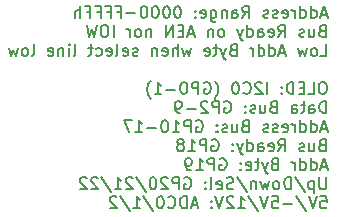
<source format=gbr>
%TF.GenerationSoftware,KiCad,Pcbnew,(6.0.5)*%
%TF.CreationDate,2022-06-17T20:08:42-05:00*%
%TF.ProjectId,ISA card rev2,49534120-6361-4726-9420-726576322e6b,rev?*%
%TF.SameCoordinates,Original*%
%TF.FileFunction,Legend,Bot*%
%TF.FilePolarity,Positive*%
%FSLAX46Y46*%
G04 Gerber Fmt 4.6, Leading zero omitted, Abs format (unit mm)*
G04 Created by KiCad (PCBNEW (6.0.5)) date 2022-06-17 20:08:42*
%MOMM*%
%LPD*%
G01*
G04 APERTURE LIST*
%ADD10C,0.150000*%
G04 APERTURE END LIST*
D10*
X179417023Y-120386666D02*
X178940833Y-120386666D01*
X179512261Y-120672380D02*
X179178928Y-119672380D01*
X178845595Y-120672380D01*
X178083690Y-120672380D02*
X178083690Y-119672380D01*
X178083690Y-120624761D02*
X178178928Y-120672380D01*
X178369404Y-120672380D01*
X178464642Y-120624761D01*
X178512261Y-120577142D01*
X178559880Y-120481904D01*
X178559880Y-120196190D01*
X178512261Y-120100952D01*
X178464642Y-120053333D01*
X178369404Y-120005714D01*
X178178928Y-120005714D01*
X178083690Y-120053333D01*
X177178928Y-120672380D02*
X177178928Y-119672380D01*
X177178928Y-120624761D02*
X177274166Y-120672380D01*
X177464642Y-120672380D01*
X177559880Y-120624761D01*
X177607500Y-120577142D01*
X177655119Y-120481904D01*
X177655119Y-120196190D01*
X177607500Y-120100952D01*
X177559880Y-120053333D01*
X177464642Y-120005714D01*
X177274166Y-120005714D01*
X177178928Y-120053333D01*
X176702738Y-120672380D02*
X176702738Y-120005714D01*
X176702738Y-120196190D02*
X176655119Y-120100952D01*
X176607500Y-120053333D01*
X176512261Y-120005714D01*
X176417023Y-120005714D01*
X175702738Y-120624761D02*
X175797976Y-120672380D01*
X175988452Y-120672380D01*
X176083690Y-120624761D01*
X176131309Y-120529523D01*
X176131309Y-120148571D01*
X176083690Y-120053333D01*
X175988452Y-120005714D01*
X175797976Y-120005714D01*
X175702738Y-120053333D01*
X175655119Y-120148571D01*
X175655119Y-120243809D01*
X176131309Y-120339047D01*
X175274166Y-120624761D02*
X175178928Y-120672380D01*
X174988452Y-120672380D01*
X174893214Y-120624761D01*
X174845595Y-120529523D01*
X174845595Y-120481904D01*
X174893214Y-120386666D01*
X174988452Y-120339047D01*
X175131309Y-120339047D01*
X175226547Y-120291428D01*
X175274166Y-120196190D01*
X175274166Y-120148571D01*
X175226547Y-120053333D01*
X175131309Y-120005714D01*
X174988452Y-120005714D01*
X174893214Y-120053333D01*
X174464642Y-120624761D02*
X174369404Y-120672380D01*
X174178928Y-120672380D01*
X174083690Y-120624761D01*
X174036071Y-120529523D01*
X174036071Y-120481904D01*
X174083690Y-120386666D01*
X174178928Y-120339047D01*
X174321785Y-120339047D01*
X174417023Y-120291428D01*
X174464642Y-120196190D01*
X174464642Y-120148571D01*
X174417023Y-120053333D01*
X174321785Y-120005714D01*
X174178928Y-120005714D01*
X174083690Y-120053333D01*
X172274166Y-120672380D02*
X172607500Y-120196190D01*
X172845595Y-120672380D02*
X172845595Y-119672380D01*
X172464642Y-119672380D01*
X172369404Y-119720000D01*
X172321785Y-119767619D01*
X172274166Y-119862857D01*
X172274166Y-120005714D01*
X172321785Y-120100952D01*
X172369404Y-120148571D01*
X172464642Y-120196190D01*
X172845595Y-120196190D01*
X171417023Y-120672380D02*
X171417023Y-120148571D01*
X171464642Y-120053333D01*
X171559880Y-120005714D01*
X171750357Y-120005714D01*
X171845595Y-120053333D01*
X171417023Y-120624761D02*
X171512261Y-120672380D01*
X171750357Y-120672380D01*
X171845595Y-120624761D01*
X171893214Y-120529523D01*
X171893214Y-120434285D01*
X171845595Y-120339047D01*
X171750357Y-120291428D01*
X171512261Y-120291428D01*
X171417023Y-120243809D01*
X170940833Y-120005714D02*
X170940833Y-120672380D01*
X170940833Y-120100952D02*
X170893214Y-120053333D01*
X170797976Y-120005714D01*
X170655119Y-120005714D01*
X170559880Y-120053333D01*
X170512261Y-120148571D01*
X170512261Y-120672380D01*
X169607500Y-120005714D02*
X169607500Y-120815238D01*
X169655119Y-120910476D01*
X169702738Y-120958095D01*
X169797976Y-121005714D01*
X169940833Y-121005714D01*
X170036071Y-120958095D01*
X169607500Y-120624761D02*
X169702738Y-120672380D01*
X169893214Y-120672380D01*
X169988452Y-120624761D01*
X170036071Y-120577142D01*
X170083690Y-120481904D01*
X170083690Y-120196190D01*
X170036071Y-120100952D01*
X169988452Y-120053333D01*
X169893214Y-120005714D01*
X169702738Y-120005714D01*
X169607500Y-120053333D01*
X168750357Y-120624761D02*
X168845595Y-120672380D01*
X169036071Y-120672380D01*
X169131309Y-120624761D01*
X169178928Y-120529523D01*
X169178928Y-120148571D01*
X169131309Y-120053333D01*
X169036071Y-120005714D01*
X168845595Y-120005714D01*
X168750357Y-120053333D01*
X168702738Y-120148571D01*
X168702738Y-120243809D01*
X169178928Y-120339047D01*
X168274166Y-120577142D02*
X168226547Y-120624761D01*
X168274166Y-120672380D01*
X168321785Y-120624761D01*
X168274166Y-120577142D01*
X168274166Y-120672380D01*
X168274166Y-120053333D02*
X168226547Y-120100952D01*
X168274166Y-120148571D01*
X168321785Y-120100952D01*
X168274166Y-120053333D01*
X168274166Y-120148571D01*
X166845595Y-119672380D02*
X166750357Y-119672380D01*
X166655119Y-119720000D01*
X166607500Y-119767619D01*
X166559880Y-119862857D01*
X166512261Y-120053333D01*
X166512261Y-120291428D01*
X166559880Y-120481904D01*
X166607500Y-120577142D01*
X166655119Y-120624761D01*
X166750357Y-120672380D01*
X166845595Y-120672380D01*
X166940833Y-120624761D01*
X166988452Y-120577142D01*
X167036071Y-120481904D01*
X167083690Y-120291428D01*
X167083690Y-120053333D01*
X167036071Y-119862857D01*
X166988452Y-119767619D01*
X166940833Y-119720000D01*
X166845595Y-119672380D01*
X165893214Y-119672380D02*
X165797976Y-119672380D01*
X165702738Y-119720000D01*
X165655119Y-119767619D01*
X165607500Y-119862857D01*
X165559880Y-120053333D01*
X165559880Y-120291428D01*
X165607500Y-120481904D01*
X165655119Y-120577142D01*
X165702738Y-120624761D01*
X165797976Y-120672380D01*
X165893214Y-120672380D01*
X165988452Y-120624761D01*
X166036071Y-120577142D01*
X166083690Y-120481904D01*
X166131309Y-120291428D01*
X166131309Y-120053333D01*
X166083690Y-119862857D01*
X166036071Y-119767619D01*
X165988452Y-119720000D01*
X165893214Y-119672380D01*
X164940833Y-119672380D02*
X164845595Y-119672380D01*
X164750357Y-119720000D01*
X164702738Y-119767619D01*
X164655119Y-119862857D01*
X164607500Y-120053333D01*
X164607500Y-120291428D01*
X164655119Y-120481904D01*
X164702738Y-120577142D01*
X164750357Y-120624761D01*
X164845595Y-120672380D01*
X164940833Y-120672380D01*
X165036071Y-120624761D01*
X165083690Y-120577142D01*
X165131309Y-120481904D01*
X165178928Y-120291428D01*
X165178928Y-120053333D01*
X165131309Y-119862857D01*
X165083690Y-119767619D01*
X165036071Y-119720000D01*
X164940833Y-119672380D01*
X163988452Y-119672380D02*
X163893214Y-119672380D01*
X163797976Y-119720000D01*
X163750357Y-119767619D01*
X163702738Y-119862857D01*
X163655119Y-120053333D01*
X163655119Y-120291428D01*
X163702738Y-120481904D01*
X163750357Y-120577142D01*
X163797976Y-120624761D01*
X163893214Y-120672380D01*
X163988452Y-120672380D01*
X164083690Y-120624761D01*
X164131309Y-120577142D01*
X164178928Y-120481904D01*
X164226547Y-120291428D01*
X164226547Y-120053333D01*
X164178928Y-119862857D01*
X164131309Y-119767619D01*
X164083690Y-119720000D01*
X163988452Y-119672380D01*
X163226547Y-120291428D02*
X162464642Y-120291428D01*
X161655119Y-120148571D02*
X161988452Y-120148571D01*
X161988452Y-120672380D02*
X161988452Y-119672380D01*
X161512261Y-119672380D01*
X160797976Y-120148571D02*
X161131309Y-120148571D01*
X161131309Y-120672380D02*
X161131309Y-119672380D01*
X160655119Y-119672380D01*
X159940833Y-120148571D02*
X160274166Y-120148571D01*
X160274166Y-120672380D02*
X160274166Y-119672380D01*
X159797976Y-119672380D01*
X159083690Y-120148571D02*
X159417023Y-120148571D01*
X159417023Y-120672380D02*
X159417023Y-119672380D01*
X158940833Y-119672380D01*
X158559880Y-120672380D02*
X158559880Y-119672380D01*
X158131309Y-120672380D02*
X158131309Y-120148571D01*
X158178928Y-120053333D01*
X158274166Y-120005714D01*
X158417023Y-120005714D01*
X158512261Y-120053333D01*
X158559880Y-120100952D01*
X179036071Y-121758571D02*
X178893214Y-121806190D01*
X178845595Y-121853809D01*
X178797976Y-121949047D01*
X178797976Y-122091904D01*
X178845595Y-122187142D01*
X178893214Y-122234761D01*
X178988452Y-122282380D01*
X179369404Y-122282380D01*
X179369404Y-121282380D01*
X179036071Y-121282380D01*
X178940833Y-121330000D01*
X178893214Y-121377619D01*
X178845595Y-121472857D01*
X178845595Y-121568095D01*
X178893214Y-121663333D01*
X178940833Y-121710952D01*
X179036071Y-121758571D01*
X179369404Y-121758571D01*
X177940833Y-121615714D02*
X177940833Y-122282380D01*
X178369404Y-121615714D02*
X178369404Y-122139523D01*
X178321785Y-122234761D01*
X178226547Y-122282380D01*
X178083690Y-122282380D01*
X177988452Y-122234761D01*
X177940833Y-122187142D01*
X177512261Y-122234761D02*
X177417023Y-122282380D01*
X177226547Y-122282380D01*
X177131309Y-122234761D01*
X177083690Y-122139523D01*
X177083690Y-122091904D01*
X177131309Y-121996666D01*
X177226547Y-121949047D01*
X177369404Y-121949047D01*
X177464642Y-121901428D01*
X177512261Y-121806190D01*
X177512261Y-121758571D01*
X177464642Y-121663333D01*
X177369404Y-121615714D01*
X177226547Y-121615714D01*
X177131309Y-121663333D01*
X175321785Y-122282380D02*
X175655119Y-121806190D01*
X175893214Y-122282380D02*
X175893214Y-121282380D01*
X175512261Y-121282380D01*
X175417023Y-121330000D01*
X175369404Y-121377619D01*
X175321785Y-121472857D01*
X175321785Y-121615714D01*
X175369404Y-121710952D01*
X175417023Y-121758571D01*
X175512261Y-121806190D01*
X175893214Y-121806190D01*
X174512261Y-122234761D02*
X174607500Y-122282380D01*
X174797976Y-122282380D01*
X174893214Y-122234761D01*
X174940833Y-122139523D01*
X174940833Y-121758571D01*
X174893214Y-121663333D01*
X174797976Y-121615714D01*
X174607500Y-121615714D01*
X174512261Y-121663333D01*
X174464642Y-121758571D01*
X174464642Y-121853809D01*
X174940833Y-121949047D01*
X173607500Y-122282380D02*
X173607500Y-121758571D01*
X173655119Y-121663333D01*
X173750357Y-121615714D01*
X173940833Y-121615714D01*
X174036071Y-121663333D01*
X173607500Y-122234761D02*
X173702738Y-122282380D01*
X173940833Y-122282380D01*
X174036071Y-122234761D01*
X174083690Y-122139523D01*
X174083690Y-122044285D01*
X174036071Y-121949047D01*
X173940833Y-121901428D01*
X173702738Y-121901428D01*
X173607500Y-121853809D01*
X172702738Y-122282380D02*
X172702738Y-121282380D01*
X172702738Y-122234761D02*
X172797976Y-122282380D01*
X172988452Y-122282380D01*
X173083690Y-122234761D01*
X173131309Y-122187142D01*
X173178928Y-122091904D01*
X173178928Y-121806190D01*
X173131309Y-121710952D01*
X173083690Y-121663333D01*
X172988452Y-121615714D01*
X172797976Y-121615714D01*
X172702738Y-121663333D01*
X172321785Y-121615714D02*
X172083690Y-122282380D01*
X171845595Y-121615714D02*
X172083690Y-122282380D01*
X172178928Y-122520476D01*
X172226547Y-122568095D01*
X172321785Y-122615714D01*
X170559880Y-122282380D02*
X170655119Y-122234761D01*
X170702738Y-122187142D01*
X170750357Y-122091904D01*
X170750357Y-121806190D01*
X170702738Y-121710952D01*
X170655119Y-121663333D01*
X170559880Y-121615714D01*
X170417023Y-121615714D01*
X170321785Y-121663333D01*
X170274166Y-121710952D01*
X170226547Y-121806190D01*
X170226547Y-122091904D01*
X170274166Y-122187142D01*
X170321785Y-122234761D01*
X170417023Y-122282380D01*
X170559880Y-122282380D01*
X169797976Y-121615714D02*
X169797976Y-122282380D01*
X169797976Y-121710952D02*
X169750357Y-121663333D01*
X169655119Y-121615714D01*
X169512261Y-121615714D01*
X169417023Y-121663333D01*
X169369404Y-121758571D01*
X169369404Y-122282380D01*
X168178928Y-121996666D02*
X167702738Y-121996666D01*
X168274166Y-122282380D02*
X167940833Y-121282380D01*
X167607500Y-122282380D01*
X167274166Y-121758571D02*
X166940833Y-121758571D01*
X166797976Y-122282380D02*
X167274166Y-122282380D01*
X167274166Y-121282380D01*
X166797976Y-121282380D01*
X166369404Y-122282380D02*
X166369404Y-121282380D01*
X165797976Y-122282380D01*
X165797976Y-121282380D01*
X164559880Y-121615714D02*
X164559880Y-122282380D01*
X164559880Y-121710952D02*
X164512261Y-121663333D01*
X164417023Y-121615714D01*
X164274166Y-121615714D01*
X164178928Y-121663333D01*
X164131309Y-121758571D01*
X164131309Y-122282380D01*
X163512261Y-122282380D02*
X163607500Y-122234761D01*
X163655119Y-122187142D01*
X163702738Y-122091904D01*
X163702738Y-121806190D01*
X163655119Y-121710952D01*
X163607500Y-121663333D01*
X163512261Y-121615714D01*
X163369404Y-121615714D01*
X163274166Y-121663333D01*
X163226547Y-121710952D01*
X163178928Y-121806190D01*
X163178928Y-122091904D01*
X163226547Y-122187142D01*
X163274166Y-122234761D01*
X163369404Y-122282380D01*
X163512261Y-122282380D01*
X162750357Y-122282380D02*
X162750357Y-121615714D01*
X162750357Y-121806190D02*
X162702738Y-121710952D01*
X162655119Y-121663333D01*
X162559880Y-121615714D01*
X162464642Y-121615714D01*
X161369404Y-122282380D02*
X161369404Y-121282380D01*
X160702738Y-121282380D02*
X160512261Y-121282380D01*
X160417023Y-121330000D01*
X160321785Y-121425238D01*
X160274166Y-121615714D01*
X160274166Y-121949047D01*
X160321785Y-122139523D01*
X160417023Y-122234761D01*
X160512261Y-122282380D01*
X160702738Y-122282380D01*
X160797976Y-122234761D01*
X160893214Y-122139523D01*
X160940833Y-121949047D01*
X160940833Y-121615714D01*
X160893214Y-121425238D01*
X160797976Y-121330000D01*
X160702738Y-121282380D01*
X159940833Y-121282380D02*
X159702738Y-122282380D01*
X159512261Y-121568095D01*
X159321785Y-122282380D01*
X159083690Y-121282380D01*
X178893214Y-123892380D02*
X179369404Y-123892380D01*
X179369404Y-122892380D01*
X178417023Y-123892380D02*
X178512261Y-123844761D01*
X178559880Y-123797142D01*
X178607500Y-123701904D01*
X178607500Y-123416190D01*
X178559880Y-123320952D01*
X178512261Y-123273333D01*
X178417023Y-123225714D01*
X178274166Y-123225714D01*
X178178928Y-123273333D01*
X178131309Y-123320952D01*
X178083690Y-123416190D01*
X178083690Y-123701904D01*
X178131309Y-123797142D01*
X178178928Y-123844761D01*
X178274166Y-123892380D01*
X178417023Y-123892380D01*
X177750357Y-123225714D02*
X177559880Y-123892380D01*
X177369404Y-123416190D01*
X177178928Y-123892380D01*
X176988452Y-123225714D01*
X175893214Y-123606666D02*
X175417023Y-123606666D01*
X175988452Y-123892380D02*
X175655119Y-122892380D01*
X175321785Y-123892380D01*
X174559880Y-123892380D02*
X174559880Y-122892380D01*
X174559880Y-123844761D02*
X174655119Y-123892380D01*
X174845595Y-123892380D01*
X174940833Y-123844761D01*
X174988452Y-123797142D01*
X175036071Y-123701904D01*
X175036071Y-123416190D01*
X174988452Y-123320952D01*
X174940833Y-123273333D01*
X174845595Y-123225714D01*
X174655119Y-123225714D01*
X174559880Y-123273333D01*
X173655119Y-123892380D02*
X173655119Y-122892380D01*
X173655119Y-123844761D02*
X173750357Y-123892380D01*
X173940833Y-123892380D01*
X174036071Y-123844761D01*
X174083690Y-123797142D01*
X174131309Y-123701904D01*
X174131309Y-123416190D01*
X174083690Y-123320952D01*
X174036071Y-123273333D01*
X173940833Y-123225714D01*
X173750357Y-123225714D01*
X173655119Y-123273333D01*
X173178928Y-123892380D02*
X173178928Y-123225714D01*
X173178928Y-123416190D02*
X173131309Y-123320952D01*
X173083690Y-123273333D01*
X172988452Y-123225714D01*
X172893214Y-123225714D01*
X171464642Y-123368571D02*
X171321785Y-123416190D01*
X171274166Y-123463809D01*
X171226547Y-123559047D01*
X171226547Y-123701904D01*
X171274166Y-123797142D01*
X171321785Y-123844761D01*
X171417023Y-123892380D01*
X171797976Y-123892380D01*
X171797976Y-122892380D01*
X171464642Y-122892380D01*
X171369404Y-122940000D01*
X171321785Y-122987619D01*
X171274166Y-123082857D01*
X171274166Y-123178095D01*
X171321785Y-123273333D01*
X171369404Y-123320952D01*
X171464642Y-123368571D01*
X171797976Y-123368571D01*
X170893214Y-123225714D02*
X170655119Y-123892380D01*
X170417023Y-123225714D02*
X170655119Y-123892380D01*
X170750357Y-124130476D01*
X170797976Y-124178095D01*
X170893214Y-124225714D01*
X170178928Y-123225714D02*
X169797976Y-123225714D01*
X170036071Y-122892380D02*
X170036071Y-123749523D01*
X169988452Y-123844761D01*
X169893214Y-123892380D01*
X169797976Y-123892380D01*
X169083690Y-123844761D02*
X169178928Y-123892380D01*
X169369404Y-123892380D01*
X169464642Y-123844761D01*
X169512261Y-123749523D01*
X169512261Y-123368571D01*
X169464642Y-123273333D01*
X169369404Y-123225714D01*
X169178928Y-123225714D01*
X169083690Y-123273333D01*
X169036071Y-123368571D01*
X169036071Y-123463809D01*
X169512261Y-123559047D01*
X167940833Y-123225714D02*
X167750357Y-123892380D01*
X167559880Y-123416190D01*
X167369404Y-123892380D01*
X167178928Y-123225714D01*
X166797976Y-123892380D02*
X166797976Y-122892380D01*
X166369404Y-123892380D02*
X166369404Y-123368571D01*
X166417023Y-123273333D01*
X166512261Y-123225714D01*
X166655119Y-123225714D01*
X166750357Y-123273333D01*
X166797976Y-123320952D01*
X165512261Y-123844761D02*
X165607500Y-123892380D01*
X165797976Y-123892380D01*
X165893214Y-123844761D01*
X165940833Y-123749523D01*
X165940833Y-123368571D01*
X165893214Y-123273333D01*
X165797976Y-123225714D01*
X165607500Y-123225714D01*
X165512261Y-123273333D01*
X165464642Y-123368571D01*
X165464642Y-123463809D01*
X165940833Y-123559047D01*
X165036071Y-123225714D02*
X165036071Y-123892380D01*
X165036071Y-123320952D02*
X164988452Y-123273333D01*
X164893214Y-123225714D01*
X164750357Y-123225714D01*
X164655119Y-123273333D01*
X164607500Y-123368571D01*
X164607500Y-123892380D01*
X163417023Y-123844761D02*
X163321785Y-123892380D01*
X163131309Y-123892380D01*
X163036071Y-123844761D01*
X162988452Y-123749523D01*
X162988452Y-123701904D01*
X163036071Y-123606666D01*
X163131309Y-123559047D01*
X163274166Y-123559047D01*
X163369404Y-123511428D01*
X163417023Y-123416190D01*
X163417023Y-123368571D01*
X163369404Y-123273333D01*
X163274166Y-123225714D01*
X163131309Y-123225714D01*
X163036071Y-123273333D01*
X162178928Y-123844761D02*
X162274166Y-123892380D01*
X162464642Y-123892380D01*
X162559880Y-123844761D01*
X162607500Y-123749523D01*
X162607500Y-123368571D01*
X162559880Y-123273333D01*
X162464642Y-123225714D01*
X162274166Y-123225714D01*
X162178928Y-123273333D01*
X162131309Y-123368571D01*
X162131309Y-123463809D01*
X162607500Y-123559047D01*
X161559880Y-123892380D02*
X161655119Y-123844761D01*
X161702738Y-123749523D01*
X161702738Y-122892380D01*
X160797976Y-123844761D02*
X160893214Y-123892380D01*
X161083690Y-123892380D01*
X161178928Y-123844761D01*
X161226547Y-123749523D01*
X161226547Y-123368571D01*
X161178928Y-123273333D01*
X161083690Y-123225714D01*
X160893214Y-123225714D01*
X160797976Y-123273333D01*
X160750357Y-123368571D01*
X160750357Y-123463809D01*
X161226547Y-123559047D01*
X159893214Y-123844761D02*
X159988452Y-123892380D01*
X160178928Y-123892380D01*
X160274166Y-123844761D01*
X160321785Y-123797142D01*
X160369404Y-123701904D01*
X160369404Y-123416190D01*
X160321785Y-123320952D01*
X160274166Y-123273333D01*
X160178928Y-123225714D01*
X159988452Y-123225714D01*
X159893214Y-123273333D01*
X159607500Y-123225714D02*
X159226547Y-123225714D01*
X159464642Y-122892380D02*
X159464642Y-123749523D01*
X159417023Y-123844761D01*
X159321785Y-123892380D01*
X159226547Y-123892380D01*
X157988452Y-123892380D02*
X158083690Y-123844761D01*
X158131309Y-123749523D01*
X158131309Y-122892380D01*
X157607500Y-123892380D02*
X157607500Y-123225714D01*
X157607500Y-122892380D02*
X157655119Y-122940000D01*
X157607500Y-122987619D01*
X157559880Y-122940000D01*
X157607500Y-122892380D01*
X157607500Y-122987619D01*
X157131309Y-123225714D02*
X157131309Y-123892380D01*
X157131309Y-123320952D02*
X157083690Y-123273333D01*
X156988452Y-123225714D01*
X156845595Y-123225714D01*
X156750357Y-123273333D01*
X156702738Y-123368571D01*
X156702738Y-123892380D01*
X155845595Y-123844761D02*
X155940833Y-123892380D01*
X156131309Y-123892380D01*
X156226547Y-123844761D01*
X156274166Y-123749523D01*
X156274166Y-123368571D01*
X156226547Y-123273333D01*
X156131309Y-123225714D01*
X155940833Y-123225714D01*
X155845595Y-123273333D01*
X155797976Y-123368571D01*
X155797976Y-123463809D01*
X156274166Y-123559047D01*
X154464642Y-123892380D02*
X154559880Y-123844761D01*
X154607500Y-123749523D01*
X154607500Y-122892380D01*
X153940833Y-123892380D02*
X154036071Y-123844761D01*
X154083690Y-123797142D01*
X154131309Y-123701904D01*
X154131309Y-123416190D01*
X154083690Y-123320952D01*
X154036071Y-123273333D01*
X153940833Y-123225714D01*
X153797976Y-123225714D01*
X153702738Y-123273333D01*
X153655119Y-123320952D01*
X153607500Y-123416190D01*
X153607500Y-123701904D01*
X153655119Y-123797142D01*
X153702738Y-123844761D01*
X153797976Y-123892380D01*
X153940833Y-123892380D01*
X153274166Y-123225714D02*
X153083690Y-123892380D01*
X152893214Y-123416190D01*
X152702738Y-123892380D01*
X152512261Y-123225714D01*
X179178928Y-126112380D02*
X178988452Y-126112380D01*
X178893214Y-126160000D01*
X178797976Y-126255238D01*
X178750357Y-126445714D01*
X178750357Y-126779047D01*
X178797976Y-126969523D01*
X178893214Y-127064761D01*
X178988452Y-127112380D01*
X179178928Y-127112380D01*
X179274166Y-127064761D01*
X179369404Y-126969523D01*
X179417023Y-126779047D01*
X179417023Y-126445714D01*
X179369404Y-126255238D01*
X179274166Y-126160000D01*
X179178928Y-126112380D01*
X177845595Y-127112380D02*
X178321785Y-127112380D01*
X178321785Y-126112380D01*
X177512261Y-126588571D02*
X177178928Y-126588571D01*
X177036071Y-127112380D02*
X177512261Y-127112380D01*
X177512261Y-126112380D01*
X177036071Y-126112380D01*
X176607500Y-127112380D02*
X176607500Y-126112380D01*
X176369404Y-126112380D01*
X176226547Y-126160000D01*
X176131309Y-126255238D01*
X176083690Y-126350476D01*
X176036071Y-126540952D01*
X176036071Y-126683809D01*
X176083690Y-126874285D01*
X176131309Y-126969523D01*
X176226547Y-127064761D01*
X176369404Y-127112380D01*
X176607500Y-127112380D01*
X175607500Y-127017142D02*
X175559880Y-127064761D01*
X175607500Y-127112380D01*
X175655119Y-127064761D01*
X175607500Y-127017142D01*
X175607500Y-127112380D01*
X175607500Y-126493333D02*
X175559880Y-126540952D01*
X175607500Y-126588571D01*
X175655119Y-126540952D01*
X175607500Y-126493333D01*
X175607500Y-126588571D01*
X174369404Y-127112380D02*
X174369404Y-126112380D01*
X173940833Y-126207619D02*
X173893214Y-126160000D01*
X173797976Y-126112380D01*
X173559880Y-126112380D01*
X173464642Y-126160000D01*
X173417023Y-126207619D01*
X173369404Y-126302857D01*
X173369404Y-126398095D01*
X173417023Y-126540952D01*
X173988452Y-127112380D01*
X173369404Y-127112380D01*
X172369404Y-127017142D02*
X172417023Y-127064761D01*
X172559880Y-127112380D01*
X172655119Y-127112380D01*
X172797976Y-127064761D01*
X172893214Y-126969523D01*
X172940833Y-126874285D01*
X172988452Y-126683809D01*
X172988452Y-126540952D01*
X172940833Y-126350476D01*
X172893214Y-126255238D01*
X172797976Y-126160000D01*
X172655119Y-126112380D01*
X172559880Y-126112380D01*
X172417023Y-126160000D01*
X172369404Y-126207619D01*
X171750357Y-126112380D02*
X171655119Y-126112380D01*
X171559880Y-126160000D01*
X171512261Y-126207619D01*
X171464642Y-126302857D01*
X171417023Y-126493333D01*
X171417023Y-126731428D01*
X171464642Y-126921904D01*
X171512261Y-127017142D01*
X171559880Y-127064761D01*
X171655119Y-127112380D01*
X171750357Y-127112380D01*
X171845595Y-127064761D01*
X171893214Y-127017142D01*
X171940833Y-126921904D01*
X171988452Y-126731428D01*
X171988452Y-126493333D01*
X171940833Y-126302857D01*
X171893214Y-126207619D01*
X171845595Y-126160000D01*
X171750357Y-126112380D01*
X169940833Y-127493333D02*
X169988452Y-127445714D01*
X170083690Y-127302857D01*
X170131309Y-127207619D01*
X170178928Y-127064761D01*
X170226547Y-126826666D01*
X170226547Y-126636190D01*
X170178928Y-126398095D01*
X170131309Y-126255238D01*
X170083690Y-126160000D01*
X169988452Y-126017142D01*
X169940833Y-125969523D01*
X169036071Y-126160000D02*
X169131309Y-126112380D01*
X169274166Y-126112380D01*
X169417023Y-126160000D01*
X169512261Y-126255238D01*
X169559880Y-126350476D01*
X169607500Y-126540952D01*
X169607500Y-126683809D01*
X169559880Y-126874285D01*
X169512261Y-126969523D01*
X169417023Y-127064761D01*
X169274166Y-127112380D01*
X169178928Y-127112380D01*
X169036071Y-127064761D01*
X168988452Y-127017142D01*
X168988452Y-126683809D01*
X169178928Y-126683809D01*
X168559880Y-127112380D02*
X168559880Y-126112380D01*
X168178928Y-126112380D01*
X168083690Y-126160000D01*
X168036071Y-126207619D01*
X167988452Y-126302857D01*
X167988452Y-126445714D01*
X168036071Y-126540952D01*
X168083690Y-126588571D01*
X168178928Y-126636190D01*
X168559880Y-126636190D01*
X167369404Y-126112380D02*
X167274166Y-126112380D01*
X167178928Y-126160000D01*
X167131309Y-126207619D01*
X167083690Y-126302857D01*
X167036071Y-126493333D01*
X167036071Y-126731428D01*
X167083690Y-126921904D01*
X167131309Y-127017142D01*
X167178928Y-127064761D01*
X167274166Y-127112380D01*
X167369404Y-127112380D01*
X167464642Y-127064761D01*
X167512261Y-127017142D01*
X167559880Y-126921904D01*
X167607500Y-126731428D01*
X167607500Y-126493333D01*
X167559880Y-126302857D01*
X167512261Y-126207619D01*
X167464642Y-126160000D01*
X167369404Y-126112380D01*
X166607500Y-126731428D02*
X165845595Y-126731428D01*
X164845595Y-127112380D02*
X165417023Y-127112380D01*
X165131309Y-127112380D02*
X165131309Y-126112380D01*
X165226547Y-126255238D01*
X165321785Y-126350476D01*
X165417023Y-126398095D01*
X164512261Y-127493333D02*
X164464642Y-127445714D01*
X164369404Y-127302857D01*
X164321785Y-127207619D01*
X164274166Y-127064761D01*
X164226547Y-126826666D01*
X164226547Y-126636190D01*
X164274166Y-126398095D01*
X164321785Y-126255238D01*
X164369404Y-126160000D01*
X164464642Y-126017142D01*
X164512261Y-125969523D01*
X179369404Y-128722380D02*
X179369404Y-127722380D01*
X179131309Y-127722380D01*
X178988452Y-127770000D01*
X178893214Y-127865238D01*
X178845595Y-127960476D01*
X178797976Y-128150952D01*
X178797976Y-128293809D01*
X178845595Y-128484285D01*
X178893214Y-128579523D01*
X178988452Y-128674761D01*
X179131309Y-128722380D01*
X179369404Y-128722380D01*
X177940833Y-128722380D02*
X177940833Y-128198571D01*
X177988452Y-128103333D01*
X178083690Y-128055714D01*
X178274166Y-128055714D01*
X178369404Y-128103333D01*
X177940833Y-128674761D02*
X178036071Y-128722380D01*
X178274166Y-128722380D01*
X178369404Y-128674761D01*
X178417023Y-128579523D01*
X178417023Y-128484285D01*
X178369404Y-128389047D01*
X178274166Y-128341428D01*
X178036071Y-128341428D01*
X177940833Y-128293809D01*
X177607500Y-128055714D02*
X177226547Y-128055714D01*
X177464642Y-127722380D02*
X177464642Y-128579523D01*
X177417023Y-128674761D01*
X177321785Y-128722380D01*
X177226547Y-128722380D01*
X176464642Y-128722380D02*
X176464642Y-128198571D01*
X176512261Y-128103333D01*
X176607500Y-128055714D01*
X176797976Y-128055714D01*
X176893214Y-128103333D01*
X176464642Y-128674761D02*
X176559880Y-128722380D01*
X176797976Y-128722380D01*
X176893214Y-128674761D01*
X176940833Y-128579523D01*
X176940833Y-128484285D01*
X176893214Y-128389047D01*
X176797976Y-128341428D01*
X176559880Y-128341428D01*
X176464642Y-128293809D01*
X174893214Y-128198571D02*
X174750357Y-128246190D01*
X174702738Y-128293809D01*
X174655119Y-128389047D01*
X174655119Y-128531904D01*
X174702738Y-128627142D01*
X174750357Y-128674761D01*
X174845595Y-128722380D01*
X175226547Y-128722380D01*
X175226547Y-127722380D01*
X174893214Y-127722380D01*
X174797976Y-127770000D01*
X174750357Y-127817619D01*
X174702738Y-127912857D01*
X174702738Y-128008095D01*
X174750357Y-128103333D01*
X174797976Y-128150952D01*
X174893214Y-128198571D01*
X175226547Y-128198571D01*
X173797976Y-128055714D02*
X173797976Y-128722380D01*
X174226547Y-128055714D02*
X174226547Y-128579523D01*
X174178928Y-128674761D01*
X174083690Y-128722380D01*
X173940833Y-128722380D01*
X173845595Y-128674761D01*
X173797976Y-128627142D01*
X173369404Y-128674761D02*
X173274166Y-128722380D01*
X173083690Y-128722380D01*
X172988452Y-128674761D01*
X172940833Y-128579523D01*
X172940833Y-128531904D01*
X172988452Y-128436666D01*
X173083690Y-128389047D01*
X173226547Y-128389047D01*
X173321785Y-128341428D01*
X173369404Y-128246190D01*
X173369404Y-128198571D01*
X173321785Y-128103333D01*
X173226547Y-128055714D01*
X173083690Y-128055714D01*
X172988452Y-128103333D01*
X172512261Y-128627142D02*
X172464642Y-128674761D01*
X172512261Y-128722380D01*
X172559880Y-128674761D01*
X172512261Y-128627142D01*
X172512261Y-128722380D01*
X172512261Y-128103333D02*
X172464642Y-128150952D01*
X172512261Y-128198571D01*
X172559880Y-128150952D01*
X172512261Y-128103333D01*
X172512261Y-128198571D01*
X170750357Y-127770000D02*
X170845595Y-127722380D01*
X170988452Y-127722380D01*
X171131309Y-127770000D01*
X171226547Y-127865238D01*
X171274166Y-127960476D01*
X171321785Y-128150952D01*
X171321785Y-128293809D01*
X171274166Y-128484285D01*
X171226547Y-128579523D01*
X171131309Y-128674761D01*
X170988452Y-128722380D01*
X170893214Y-128722380D01*
X170750357Y-128674761D01*
X170702738Y-128627142D01*
X170702738Y-128293809D01*
X170893214Y-128293809D01*
X170274166Y-128722380D02*
X170274166Y-127722380D01*
X169893214Y-127722380D01*
X169797976Y-127770000D01*
X169750357Y-127817619D01*
X169702738Y-127912857D01*
X169702738Y-128055714D01*
X169750357Y-128150952D01*
X169797976Y-128198571D01*
X169893214Y-128246190D01*
X170274166Y-128246190D01*
X169321785Y-127817619D02*
X169274166Y-127770000D01*
X169178928Y-127722380D01*
X168940833Y-127722380D01*
X168845595Y-127770000D01*
X168797976Y-127817619D01*
X168750357Y-127912857D01*
X168750357Y-128008095D01*
X168797976Y-128150952D01*
X169369404Y-128722380D01*
X168750357Y-128722380D01*
X168321785Y-128341428D02*
X167559880Y-128341428D01*
X167036071Y-128722380D02*
X166845595Y-128722380D01*
X166750357Y-128674761D01*
X166702738Y-128627142D01*
X166607500Y-128484285D01*
X166559880Y-128293809D01*
X166559880Y-127912857D01*
X166607500Y-127817619D01*
X166655119Y-127770000D01*
X166750357Y-127722380D01*
X166940833Y-127722380D01*
X167036071Y-127770000D01*
X167083690Y-127817619D01*
X167131309Y-127912857D01*
X167131309Y-128150952D01*
X167083690Y-128246190D01*
X167036071Y-128293809D01*
X166940833Y-128341428D01*
X166750357Y-128341428D01*
X166655119Y-128293809D01*
X166607500Y-128246190D01*
X166559880Y-128150952D01*
X179417023Y-130046666D02*
X178940833Y-130046666D01*
X179512261Y-130332380D02*
X179178928Y-129332380D01*
X178845595Y-130332380D01*
X178083690Y-130332380D02*
X178083690Y-129332380D01*
X178083690Y-130284761D02*
X178178928Y-130332380D01*
X178369404Y-130332380D01*
X178464642Y-130284761D01*
X178512261Y-130237142D01*
X178559880Y-130141904D01*
X178559880Y-129856190D01*
X178512261Y-129760952D01*
X178464642Y-129713333D01*
X178369404Y-129665714D01*
X178178928Y-129665714D01*
X178083690Y-129713333D01*
X177178928Y-130332380D02*
X177178928Y-129332380D01*
X177178928Y-130284761D02*
X177274166Y-130332380D01*
X177464642Y-130332380D01*
X177559880Y-130284761D01*
X177607500Y-130237142D01*
X177655119Y-130141904D01*
X177655119Y-129856190D01*
X177607500Y-129760952D01*
X177559880Y-129713333D01*
X177464642Y-129665714D01*
X177274166Y-129665714D01*
X177178928Y-129713333D01*
X176702738Y-130332380D02*
X176702738Y-129665714D01*
X176702738Y-129856190D02*
X176655119Y-129760952D01*
X176607500Y-129713333D01*
X176512261Y-129665714D01*
X176417023Y-129665714D01*
X175702738Y-130284761D02*
X175797976Y-130332380D01*
X175988452Y-130332380D01*
X176083690Y-130284761D01*
X176131309Y-130189523D01*
X176131309Y-129808571D01*
X176083690Y-129713333D01*
X175988452Y-129665714D01*
X175797976Y-129665714D01*
X175702738Y-129713333D01*
X175655119Y-129808571D01*
X175655119Y-129903809D01*
X176131309Y-129999047D01*
X175274166Y-130284761D02*
X175178928Y-130332380D01*
X174988452Y-130332380D01*
X174893214Y-130284761D01*
X174845595Y-130189523D01*
X174845595Y-130141904D01*
X174893214Y-130046666D01*
X174988452Y-129999047D01*
X175131309Y-129999047D01*
X175226547Y-129951428D01*
X175274166Y-129856190D01*
X175274166Y-129808571D01*
X175226547Y-129713333D01*
X175131309Y-129665714D01*
X174988452Y-129665714D01*
X174893214Y-129713333D01*
X174464642Y-130284761D02*
X174369404Y-130332380D01*
X174178928Y-130332380D01*
X174083690Y-130284761D01*
X174036071Y-130189523D01*
X174036071Y-130141904D01*
X174083690Y-130046666D01*
X174178928Y-129999047D01*
X174321785Y-129999047D01*
X174417023Y-129951428D01*
X174464642Y-129856190D01*
X174464642Y-129808571D01*
X174417023Y-129713333D01*
X174321785Y-129665714D01*
X174178928Y-129665714D01*
X174083690Y-129713333D01*
X172512261Y-129808571D02*
X172369404Y-129856190D01*
X172321785Y-129903809D01*
X172274166Y-129999047D01*
X172274166Y-130141904D01*
X172321785Y-130237142D01*
X172369404Y-130284761D01*
X172464642Y-130332380D01*
X172845595Y-130332380D01*
X172845595Y-129332380D01*
X172512261Y-129332380D01*
X172417023Y-129380000D01*
X172369404Y-129427619D01*
X172321785Y-129522857D01*
X172321785Y-129618095D01*
X172369404Y-129713333D01*
X172417023Y-129760952D01*
X172512261Y-129808571D01*
X172845595Y-129808571D01*
X171417023Y-129665714D02*
X171417023Y-130332380D01*
X171845595Y-129665714D02*
X171845595Y-130189523D01*
X171797976Y-130284761D01*
X171702738Y-130332380D01*
X171559880Y-130332380D01*
X171464642Y-130284761D01*
X171417023Y-130237142D01*
X170988452Y-130284761D02*
X170893214Y-130332380D01*
X170702738Y-130332380D01*
X170607500Y-130284761D01*
X170559880Y-130189523D01*
X170559880Y-130141904D01*
X170607500Y-130046666D01*
X170702738Y-129999047D01*
X170845595Y-129999047D01*
X170940833Y-129951428D01*
X170988452Y-129856190D01*
X170988452Y-129808571D01*
X170940833Y-129713333D01*
X170845595Y-129665714D01*
X170702738Y-129665714D01*
X170607500Y-129713333D01*
X170131309Y-130237142D02*
X170083690Y-130284761D01*
X170131309Y-130332380D01*
X170178928Y-130284761D01*
X170131309Y-130237142D01*
X170131309Y-130332380D01*
X170131309Y-129713333D02*
X170083690Y-129760952D01*
X170131309Y-129808571D01*
X170178928Y-129760952D01*
X170131309Y-129713333D01*
X170131309Y-129808571D01*
X168369404Y-129380000D02*
X168464642Y-129332380D01*
X168607500Y-129332380D01*
X168750357Y-129380000D01*
X168845595Y-129475238D01*
X168893214Y-129570476D01*
X168940833Y-129760952D01*
X168940833Y-129903809D01*
X168893214Y-130094285D01*
X168845595Y-130189523D01*
X168750357Y-130284761D01*
X168607500Y-130332380D01*
X168512261Y-130332380D01*
X168369404Y-130284761D01*
X168321785Y-130237142D01*
X168321785Y-129903809D01*
X168512261Y-129903809D01*
X167893214Y-130332380D02*
X167893214Y-129332380D01*
X167512261Y-129332380D01*
X167417023Y-129380000D01*
X167369404Y-129427619D01*
X167321785Y-129522857D01*
X167321785Y-129665714D01*
X167369404Y-129760952D01*
X167417023Y-129808571D01*
X167512261Y-129856190D01*
X167893214Y-129856190D01*
X166369404Y-130332380D02*
X166940833Y-130332380D01*
X166655119Y-130332380D02*
X166655119Y-129332380D01*
X166750357Y-129475238D01*
X166845595Y-129570476D01*
X166940833Y-129618095D01*
X165750357Y-129332380D02*
X165655119Y-129332380D01*
X165559880Y-129380000D01*
X165512261Y-129427619D01*
X165464642Y-129522857D01*
X165417023Y-129713333D01*
X165417023Y-129951428D01*
X165464642Y-130141904D01*
X165512261Y-130237142D01*
X165559880Y-130284761D01*
X165655119Y-130332380D01*
X165750357Y-130332380D01*
X165845595Y-130284761D01*
X165893214Y-130237142D01*
X165940833Y-130141904D01*
X165988452Y-129951428D01*
X165988452Y-129713333D01*
X165940833Y-129522857D01*
X165893214Y-129427619D01*
X165845595Y-129380000D01*
X165750357Y-129332380D01*
X164988452Y-129951428D02*
X164226547Y-129951428D01*
X163226547Y-130332380D02*
X163797976Y-130332380D01*
X163512261Y-130332380D02*
X163512261Y-129332380D01*
X163607500Y-129475238D01*
X163702738Y-129570476D01*
X163797976Y-129618095D01*
X162893214Y-129332380D02*
X162226547Y-129332380D01*
X162655119Y-130332380D01*
X179036071Y-131418571D02*
X178893214Y-131466190D01*
X178845595Y-131513809D01*
X178797976Y-131609047D01*
X178797976Y-131751904D01*
X178845595Y-131847142D01*
X178893214Y-131894761D01*
X178988452Y-131942380D01*
X179369404Y-131942380D01*
X179369404Y-130942380D01*
X179036071Y-130942380D01*
X178940833Y-130990000D01*
X178893214Y-131037619D01*
X178845595Y-131132857D01*
X178845595Y-131228095D01*
X178893214Y-131323333D01*
X178940833Y-131370952D01*
X179036071Y-131418571D01*
X179369404Y-131418571D01*
X177940833Y-131275714D02*
X177940833Y-131942380D01*
X178369404Y-131275714D02*
X178369404Y-131799523D01*
X178321785Y-131894761D01*
X178226547Y-131942380D01*
X178083690Y-131942380D01*
X177988452Y-131894761D01*
X177940833Y-131847142D01*
X177512261Y-131894761D02*
X177417023Y-131942380D01*
X177226547Y-131942380D01*
X177131309Y-131894761D01*
X177083690Y-131799523D01*
X177083690Y-131751904D01*
X177131309Y-131656666D01*
X177226547Y-131609047D01*
X177369404Y-131609047D01*
X177464642Y-131561428D01*
X177512261Y-131466190D01*
X177512261Y-131418571D01*
X177464642Y-131323333D01*
X177369404Y-131275714D01*
X177226547Y-131275714D01*
X177131309Y-131323333D01*
X175321785Y-131942380D02*
X175655119Y-131466190D01*
X175893214Y-131942380D02*
X175893214Y-130942380D01*
X175512261Y-130942380D01*
X175417023Y-130990000D01*
X175369404Y-131037619D01*
X175321785Y-131132857D01*
X175321785Y-131275714D01*
X175369404Y-131370952D01*
X175417023Y-131418571D01*
X175512261Y-131466190D01*
X175893214Y-131466190D01*
X174512261Y-131894761D02*
X174607500Y-131942380D01*
X174797976Y-131942380D01*
X174893214Y-131894761D01*
X174940833Y-131799523D01*
X174940833Y-131418571D01*
X174893214Y-131323333D01*
X174797976Y-131275714D01*
X174607500Y-131275714D01*
X174512261Y-131323333D01*
X174464642Y-131418571D01*
X174464642Y-131513809D01*
X174940833Y-131609047D01*
X173607500Y-131942380D02*
X173607500Y-131418571D01*
X173655119Y-131323333D01*
X173750357Y-131275714D01*
X173940833Y-131275714D01*
X174036071Y-131323333D01*
X173607500Y-131894761D02*
X173702738Y-131942380D01*
X173940833Y-131942380D01*
X174036071Y-131894761D01*
X174083690Y-131799523D01*
X174083690Y-131704285D01*
X174036071Y-131609047D01*
X173940833Y-131561428D01*
X173702738Y-131561428D01*
X173607500Y-131513809D01*
X172702738Y-131942380D02*
X172702738Y-130942380D01*
X172702738Y-131894761D02*
X172797976Y-131942380D01*
X172988452Y-131942380D01*
X173083690Y-131894761D01*
X173131309Y-131847142D01*
X173178928Y-131751904D01*
X173178928Y-131466190D01*
X173131309Y-131370952D01*
X173083690Y-131323333D01*
X172988452Y-131275714D01*
X172797976Y-131275714D01*
X172702738Y-131323333D01*
X172321785Y-131275714D02*
X172083690Y-131942380D01*
X171845595Y-131275714D02*
X172083690Y-131942380D01*
X172178928Y-132180476D01*
X172226547Y-132228095D01*
X172321785Y-132275714D01*
X171464642Y-131847142D02*
X171417023Y-131894761D01*
X171464642Y-131942380D01*
X171512261Y-131894761D01*
X171464642Y-131847142D01*
X171464642Y-131942380D01*
X171464642Y-131323333D02*
X171417023Y-131370952D01*
X171464642Y-131418571D01*
X171512261Y-131370952D01*
X171464642Y-131323333D01*
X171464642Y-131418571D01*
X169702738Y-130990000D02*
X169797976Y-130942380D01*
X169940833Y-130942380D01*
X170083690Y-130990000D01*
X170178928Y-131085238D01*
X170226547Y-131180476D01*
X170274166Y-131370952D01*
X170274166Y-131513809D01*
X170226547Y-131704285D01*
X170178928Y-131799523D01*
X170083690Y-131894761D01*
X169940833Y-131942380D01*
X169845595Y-131942380D01*
X169702738Y-131894761D01*
X169655119Y-131847142D01*
X169655119Y-131513809D01*
X169845595Y-131513809D01*
X169226547Y-131942380D02*
X169226547Y-130942380D01*
X168845595Y-130942380D01*
X168750357Y-130990000D01*
X168702738Y-131037619D01*
X168655119Y-131132857D01*
X168655119Y-131275714D01*
X168702738Y-131370952D01*
X168750357Y-131418571D01*
X168845595Y-131466190D01*
X169226547Y-131466190D01*
X167702738Y-131942380D02*
X168274166Y-131942380D01*
X167988452Y-131942380D02*
X167988452Y-130942380D01*
X168083690Y-131085238D01*
X168178928Y-131180476D01*
X168274166Y-131228095D01*
X167131309Y-131370952D02*
X167226547Y-131323333D01*
X167274166Y-131275714D01*
X167321785Y-131180476D01*
X167321785Y-131132857D01*
X167274166Y-131037619D01*
X167226547Y-130990000D01*
X167131309Y-130942380D01*
X166940833Y-130942380D01*
X166845595Y-130990000D01*
X166797976Y-131037619D01*
X166750357Y-131132857D01*
X166750357Y-131180476D01*
X166797976Y-131275714D01*
X166845595Y-131323333D01*
X166940833Y-131370952D01*
X167131309Y-131370952D01*
X167226547Y-131418571D01*
X167274166Y-131466190D01*
X167321785Y-131561428D01*
X167321785Y-131751904D01*
X167274166Y-131847142D01*
X167226547Y-131894761D01*
X167131309Y-131942380D01*
X166940833Y-131942380D01*
X166845595Y-131894761D01*
X166797976Y-131847142D01*
X166750357Y-131751904D01*
X166750357Y-131561428D01*
X166797976Y-131466190D01*
X166845595Y-131418571D01*
X166940833Y-131370952D01*
X179417023Y-133266666D02*
X178940833Y-133266666D01*
X179512261Y-133552380D02*
X179178928Y-132552380D01*
X178845595Y-133552380D01*
X178083690Y-133552380D02*
X178083690Y-132552380D01*
X178083690Y-133504761D02*
X178178928Y-133552380D01*
X178369404Y-133552380D01*
X178464642Y-133504761D01*
X178512261Y-133457142D01*
X178559880Y-133361904D01*
X178559880Y-133076190D01*
X178512261Y-132980952D01*
X178464642Y-132933333D01*
X178369404Y-132885714D01*
X178178928Y-132885714D01*
X178083690Y-132933333D01*
X177178928Y-133552380D02*
X177178928Y-132552380D01*
X177178928Y-133504761D02*
X177274166Y-133552380D01*
X177464642Y-133552380D01*
X177559880Y-133504761D01*
X177607500Y-133457142D01*
X177655119Y-133361904D01*
X177655119Y-133076190D01*
X177607500Y-132980952D01*
X177559880Y-132933333D01*
X177464642Y-132885714D01*
X177274166Y-132885714D01*
X177178928Y-132933333D01*
X176702738Y-133552380D02*
X176702738Y-132885714D01*
X176702738Y-133076190D02*
X176655119Y-132980952D01*
X176607500Y-132933333D01*
X176512261Y-132885714D01*
X176417023Y-132885714D01*
X174988452Y-133028571D02*
X174845595Y-133076190D01*
X174797976Y-133123809D01*
X174750357Y-133219047D01*
X174750357Y-133361904D01*
X174797976Y-133457142D01*
X174845595Y-133504761D01*
X174940833Y-133552380D01*
X175321785Y-133552380D01*
X175321785Y-132552380D01*
X174988452Y-132552380D01*
X174893214Y-132600000D01*
X174845595Y-132647619D01*
X174797976Y-132742857D01*
X174797976Y-132838095D01*
X174845595Y-132933333D01*
X174893214Y-132980952D01*
X174988452Y-133028571D01*
X175321785Y-133028571D01*
X174417023Y-132885714D02*
X174178928Y-133552380D01*
X173940833Y-132885714D02*
X174178928Y-133552380D01*
X174274166Y-133790476D01*
X174321785Y-133838095D01*
X174417023Y-133885714D01*
X173702738Y-132885714D02*
X173321785Y-132885714D01*
X173559880Y-132552380D02*
X173559880Y-133409523D01*
X173512261Y-133504761D01*
X173417023Y-133552380D01*
X173321785Y-133552380D01*
X172607500Y-133504761D02*
X172702738Y-133552380D01*
X172893214Y-133552380D01*
X172988452Y-133504761D01*
X173036071Y-133409523D01*
X173036071Y-133028571D01*
X172988452Y-132933333D01*
X172893214Y-132885714D01*
X172702738Y-132885714D01*
X172607500Y-132933333D01*
X172559880Y-133028571D01*
X172559880Y-133123809D01*
X173036071Y-133219047D01*
X172131309Y-133457142D02*
X172083690Y-133504761D01*
X172131309Y-133552380D01*
X172178928Y-133504761D01*
X172131309Y-133457142D01*
X172131309Y-133552380D01*
X172131309Y-132933333D02*
X172083690Y-132980952D01*
X172131309Y-133028571D01*
X172178928Y-132980952D01*
X172131309Y-132933333D01*
X172131309Y-133028571D01*
X170369404Y-132600000D02*
X170464642Y-132552380D01*
X170607500Y-132552380D01*
X170750357Y-132600000D01*
X170845595Y-132695238D01*
X170893214Y-132790476D01*
X170940833Y-132980952D01*
X170940833Y-133123809D01*
X170893214Y-133314285D01*
X170845595Y-133409523D01*
X170750357Y-133504761D01*
X170607500Y-133552380D01*
X170512261Y-133552380D01*
X170369404Y-133504761D01*
X170321785Y-133457142D01*
X170321785Y-133123809D01*
X170512261Y-133123809D01*
X169893214Y-133552380D02*
X169893214Y-132552380D01*
X169512261Y-132552380D01*
X169417023Y-132600000D01*
X169369404Y-132647619D01*
X169321785Y-132742857D01*
X169321785Y-132885714D01*
X169369404Y-132980952D01*
X169417023Y-133028571D01*
X169512261Y-133076190D01*
X169893214Y-133076190D01*
X168369404Y-133552380D02*
X168940833Y-133552380D01*
X168655119Y-133552380D02*
X168655119Y-132552380D01*
X168750357Y-132695238D01*
X168845595Y-132790476D01*
X168940833Y-132838095D01*
X167893214Y-133552380D02*
X167702738Y-133552380D01*
X167607500Y-133504761D01*
X167559880Y-133457142D01*
X167464642Y-133314285D01*
X167417023Y-133123809D01*
X167417023Y-132742857D01*
X167464642Y-132647619D01*
X167512261Y-132600000D01*
X167607500Y-132552380D01*
X167797976Y-132552380D01*
X167893214Y-132600000D01*
X167940833Y-132647619D01*
X167988452Y-132742857D01*
X167988452Y-132980952D01*
X167940833Y-133076190D01*
X167893214Y-133123809D01*
X167797976Y-133171428D01*
X167607500Y-133171428D01*
X167512261Y-133123809D01*
X167464642Y-133076190D01*
X167417023Y-132980952D01*
X179369404Y-134162380D02*
X179369404Y-134971904D01*
X179321785Y-135067142D01*
X179274166Y-135114761D01*
X179178928Y-135162380D01*
X178988452Y-135162380D01*
X178893214Y-135114761D01*
X178845595Y-135067142D01*
X178797976Y-134971904D01*
X178797976Y-134162380D01*
X178321785Y-134495714D02*
X178321785Y-135495714D01*
X178321785Y-134543333D02*
X178226547Y-134495714D01*
X178036071Y-134495714D01*
X177940833Y-134543333D01*
X177893214Y-134590952D01*
X177845595Y-134686190D01*
X177845595Y-134971904D01*
X177893214Y-135067142D01*
X177940833Y-135114761D01*
X178036071Y-135162380D01*
X178226547Y-135162380D01*
X178321785Y-135114761D01*
X176702738Y-134114761D02*
X177559880Y-135400476D01*
X176369404Y-135162380D02*
X176369404Y-134162380D01*
X176131309Y-134162380D01*
X175988452Y-134210000D01*
X175893214Y-134305238D01*
X175845595Y-134400476D01*
X175797976Y-134590952D01*
X175797976Y-134733809D01*
X175845595Y-134924285D01*
X175893214Y-135019523D01*
X175988452Y-135114761D01*
X176131309Y-135162380D01*
X176369404Y-135162380D01*
X175226547Y-135162380D02*
X175321785Y-135114761D01*
X175369404Y-135067142D01*
X175417023Y-134971904D01*
X175417023Y-134686190D01*
X175369404Y-134590952D01*
X175321785Y-134543333D01*
X175226547Y-134495714D01*
X175083690Y-134495714D01*
X174988452Y-134543333D01*
X174940833Y-134590952D01*
X174893214Y-134686190D01*
X174893214Y-134971904D01*
X174940833Y-135067142D01*
X174988452Y-135114761D01*
X175083690Y-135162380D01*
X175226547Y-135162380D01*
X174559880Y-134495714D02*
X174369404Y-135162380D01*
X174178928Y-134686190D01*
X173988452Y-135162380D01*
X173797976Y-134495714D01*
X173417023Y-134495714D02*
X173417023Y-135162380D01*
X173417023Y-134590952D02*
X173369404Y-134543333D01*
X173274166Y-134495714D01*
X173131309Y-134495714D01*
X173036071Y-134543333D01*
X172988452Y-134638571D01*
X172988452Y-135162380D01*
X171797976Y-134114761D02*
X172655119Y-135400476D01*
X171512261Y-135114761D02*
X171369404Y-135162380D01*
X171131309Y-135162380D01*
X171036071Y-135114761D01*
X170988452Y-135067142D01*
X170940833Y-134971904D01*
X170940833Y-134876666D01*
X170988452Y-134781428D01*
X171036071Y-134733809D01*
X171131309Y-134686190D01*
X171321785Y-134638571D01*
X171417023Y-134590952D01*
X171464642Y-134543333D01*
X171512261Y-134448095D01*
X171512261Y-134352857D01*
X171464642Y-134257619D01*
X171417023Y-134210000D01*
X171321785Y-134162380D01*
X171083690Y-134162380D01*
X170940833Y-134210000D01*
X170131309Y-135114761D02*
X170226547Y-135162380D01*
X170417023Y-135162380D01*
X170512261Y-135114761D01*
X170559880Y-135019523D01*
X170559880Y-134638571D01*
X170512261Y-134543333D01*
X170417023Y-134495714D01*
X170226547Y-134495714D01*
X170131309Y-134543333D01*
X170083690Y-134638571D01*
X170083690Y-134733809D01*
X170559880Y-134829047D01*
X169512261Y-135162380D02*
X169607500Y-135114761D01*
X169655119Y-135019523D01*
X169655119Y-134162380D01*
X169131309Y-135067142D02*
X169083690Y-135114761D01*
X169131309Y-135162380D01*
X169178928Y-135114761D01*
X169131309Y-135067142D01*
X169131309Y-135162380D01*
X169131309Y-134543333D02*
X169083690Y-134590952D01*
X169131309Y-134638571D01*
X169178928Y-134590952D01*
X169131309Y-134543333D01*
X169131309Y-134638571D01*
X167369404Y-134210000D02*
X167464642Y-134162380D01*
X167607500Y-134162380D01*
X167750357Y-134210000D01*
X167845595Y-134305238D01*
X167893214Y-134400476D01*
X167940833Y-134590952D01*
X167940833Y-134733809D01*
X167893214Y-134924285D01*
X167845595Y-135019523D01*
X167750357Y-135114761D01*
X167607500Y-135162380D01*
X167512261Y-135162380D01*
X167369404Y-135114761D01*
X167321785Y-135067142D01*
X167321785Y-134733809D01*
X167512261Y-134733809D01*
X166893214Y-135162380D02*
X166893214Y-134162380D01*
X166512261Y-134162380D01*
X166417023Y-134210000D01*
X166369404Y-134257619D01*
X166321785Y-134352857D01*
X166321785Y-134495714D01*
X166369404Y-134590952D01*
X166417023Y-134638571D01*
X166512261Y-134686190D01*
X166893214Y-134686190D01*
X165940833Y-134257619D02*
X165893214Y-134210000D01*
X165797976Y-134162380D01*
X165559880Y-134162380D01*
X165464642Y-134210000D01*
X165417023Y-134257619D01*
X165369404Y-134352857D01*
X165369404Y-134448095D01*
X165417023Y-134590952D01*
X165988452Y-135162380D01*
X165369404Y-135162380D01*
X164750357Y-134162380D02*
X164655119Y-134162380D01*
X164559880Y-134210000D01*
X164512261Y-134257619D01*
X164464642Y-134352857D01*
X164417023Y-134543333D01*
X164417023Y-134781428D01*
X164464642Y-134971904D01*
X164512261Y-135067142D01*
X164559880Y-135114761D01*
X164655119Y-135162380D01*
X164750357Y-135162380D01*
X164845595Y-135114761D01*
X164893214Y-135067142D01*
X164940833Y-134971904D01*
X164988452Y-134781428D01*
X164988452Y-134543333D01*
X164940833Y-134352857D01*
X164893214Y-134257619D01*
X164845595Y-134210000D01*
X164750357Y-134162380D01*
X163274166Y-134114761D02*
X164131309Y-135400476D01*
X162988452Y-134257619D02*
X162940833Y-134210000D01*
X162845595Y-134162380D01*
X162607500Y-134162380D01*
X162512261Y-134210000D01*
X162464642Y-134257619D01*
X162417023Y-134352857D01*
X162417023Y-134448095D01*
X162464642Y-134590952D01*
X163036071Y-135162380D01*
X162417023Y-135162380D01*
X161464642Y-135162380D02*
X162036071Y-135162380D01*
X161750357Y-135162380D02*
X161750357Y-134162380D01*
X161845595Y-134305238D01*
X161940833Y-134400476D01*
X162036071Y-134448095D01*
X160321785Y-134114761D02*
X161178928Y-135400476D01*
X160036071Y-134257619D02*
X159988452Y-134210000D01*
X159893214Y-134162380D01*
X159655119Y-134162380D01*
X159559880Y-134210000D01*
X159512261Y-134257619D01*
X159464642Y-134352857D01*
X159464642Y-134448095D01*
X159512261Y-134590952D01*
X160083690Y-135162380D01*
X159464642Y-135162380D01*
X159083690Y-134257619D02*
X159036071Y-134210000D01*
X158940833Y-134162380D01*
X158702738Y-134162380D01*
X158607500Y-134210000D01*
X158559880Y-134257619D01*
X158512261Y-134352857D01*
X158512261Y-134448095D01*
X158559880Y-134590952D01*
X159131309Y-135162380D01*
X158512261Y-135162380D01*
X178893214Y-135772380D02*
X179369404Y-135772380D01*
X179417023Y-136248571D01*
X179369404Y-136200952D01*
X179274166Y-136153333D01*
X179036071Y-136153333D01*
X178940833Y-136200952D01*
X178893214Y-136248571D01*
X178845595Y-136343809D01*
X178845595Y-136581904D01*
X178893214Y-136677142D01*
X178940833Y-136724761D01*
X179036071Y-136772380D01*
X179274166Y-136772380D01*
X179369404Y-136724761D01*
X179417023Y-136677142D01*
X178559880Y-135772380D02*
X178226547Y-136772380D01*
X177893214Y-135772380D01*
X176845595Y-135724761D02*
X177702738Y-137010476D01*
X176512261Y-136391428D02*
X175750357Y-136391428D01*
X174797976Y-135772380D02*
X175274166Y-135772380D01*
X175321785Y-136248571D01*
X175274166Y-136200952D01*
X175178928Y-136153333D01*
X174940833Y-136153333D01*
X174845595Y-136200952D01*
X174797976Y-136248571D01*
X174750357Y-136343809D01*
X174750357Y-136581904D01*
X174797976Y-136677142D01*
X174845595Y-136724761D01*
X174940833Y-136772380D01*
X175178928Y-136772380D01*
X175274166Y-136724761D01*
X175321785Y-136677142D01*
X174464642Y-135772380D02*
X174131309Y-136772380D01*
X173797976Y-135772380D01*
X172750357Y-135724761D02*
X173607500Y-137010476D01*
X171893214Y-136772380D02*
X172464642Y-136772380D01*
X172178928Y-136772380D02*
X172178928Y-135772380D01*
X172274166Y-135915238D01*
X172369404Y-136010476D01*
X172464642Y-136058095D01*
X171512261Y-135867619D02*
X171464642Y-135820000D01*
X171369404Y-135772380D01*
X171131309Y-135772380D01*
X171036071Y-135820000D01*
X170988452Y-135867619D01*
X170940833Y-135962857D01*
X170940833Y-136058095D01*
X170988452Y-136200952D01*
X171559880Y-136772380D01*
X170940833Y-136772380D01*
X170655119Y-135772380D02*
X170321785Y-136772380D01*
X169988452Y-135772380D01*
X169655119Y-136677142D02*
X169607500Y-136724761D01*
X169655119Y-136772380D01*
X169702738Y-136724761D01*
X169655119Y-136677142D01*
X169655119Y-136772380D01*
X169655119Y-136153333D02*
X169607500Y-136200952D01*
X169655119Y-136248571D01*
X169702738Y-136200952D01*
X169655119Y-136153333D01*
X169655119Y-136248571D01*
X168464642Y-136486666D02*
X167988452Y-136486666D01*
X168559880Y-136772380D02*
X168226547Y-135772380D01*
X167893214Y-136772380D01*
X167559880Y-136772380D02*
X167559880Y-135772380D01*
X167321785Y-135772380D01*
X167178928Y-135820000D01*
X167083690Y-135915238D01*
X167036071Y-136010476D01*
X166988452Y-136200952D01*
X166988452Y-136343809D01*
X167036071Y-136534285D01*
X167083690Y-136629523D01*
X167178928Y-136724761D01*
X167321785Y-136772380D01*
X167559880Y-136772380D01*
X165988452Y-136677142D02*
X166036071Y-136724761D01*
X166178928Y-136772380D01*
X166274166Y-136772380D01*
X166417023Y-136724761D01*
X166512261Y-136629523D01*
X166559880Y-136534285D01*
X166607500Y-136343809D01*
X166607500Y-136200952D01*
X166559880Y-136010476D01*
X166512261Y-135915238D01*
X166417023Y-135820000D01*
X166274166Y-135772380D01*
X166178928Y-135772380D01*
X166036071Y-135820000D01*
X165988452Y-135867619D01*
X165369404Y-135772380D02*
X165274166Y-135772380D01*
X165178928Y-135820000D01*
X165131309Y-135867619D01*
X165083690Y-135962857D01*
X165036071Y-136153333D01*
X165036071Y-136391428D01*
X165083690Y-136581904D01*
X165131309Y-136677142D01*
X165178928Y-136724761D01*
X165274166Y-136772380D01*
X165369404Y-136772380D01*
X165464642Y-136724761D01*
X165512261Y-136677142D01*
X165559880Y-136581904D01*
X165607500Y-136391428D01*
X165607500Y-136153333D01*
X165559880Y-135962857D01*
X165512261Y-135867619D01*
X165464642Y-135820000D01*
X165369404Y-135772380D01*
X163893214Y-135724761D02*
X164750357Y-137010476D01*
X163036071Y-136772380D02*
X163607500Y-136772380D01*
X163321785Y-136772380D02*
X163321785Y-135772380D01*
X163417023Y-135915238D01*
X163512261Y-136010476D01*
X163607500Y-136058095D01*
X161893214Y-135724761D02*
X162750357Y-137010476D01*
X161607500Y-135867619D02*
X161559880Y-135820000D01*
X161464642Y-135772380D01*
X161226547Y-135772380D01*
X161131309Y-135820000D01*
X161083690Y-135867619D01*
X161036071Y-135962857D01*
X161036071Y-136058095D01*
X161083690Y-136200952D01*
X161655119Y-136772380D01*
X161036071Y-136772380D01*
M02*

</source>
